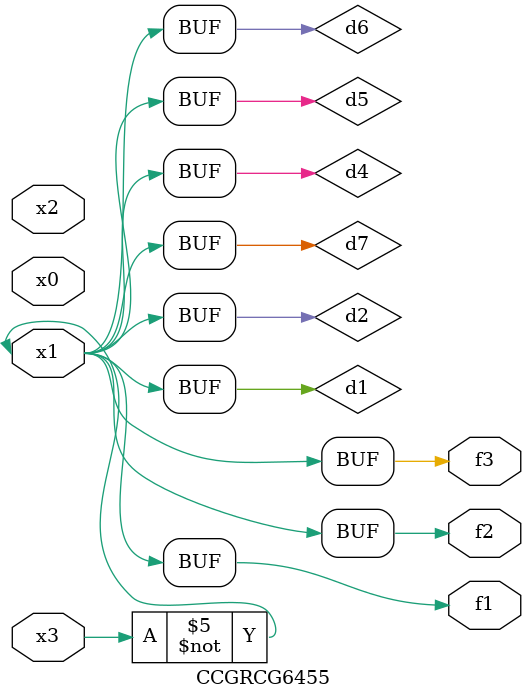
<source format=v>
module CCGRCG6455(
	input x0, x1, x2, x3,
	output f1, f2, f3
);

	wire d1, d2, d3, d4, d5, d6, d7;

	not (d1, x3);
	buf (d2, x1);
	xnor (d3, d1, d2);
	nor (d4, d1);
	buf (d5, d1, d2);
	buf (d6, d4, d5);
	nand (d7, d4);
	assign f1 = d6;
	assign f2 = d7;
	assign f3 = d6;
endmodule

</source>
